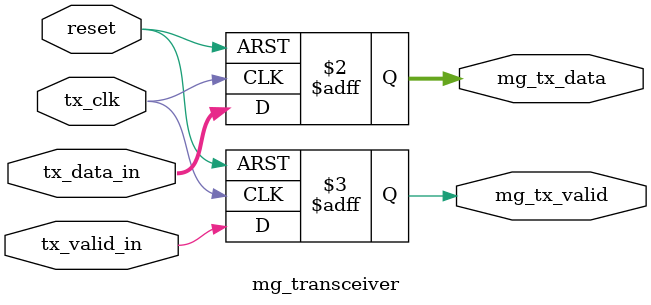
<source format=v>
`timescale 1ns / 1ps

module mg_transceiver(
    input wire tx_clk, 
    input wire reset, 
    input wire [127:0] tx_data_in, 
    input wire tx_valid_in, 
    output reg [127:0] mg_tx_data, 
    output reg mg_tx_valid
    );
    
    // For simulation, we simply pass the data through with one pipeline stage. 
    always @(posedge tx_clk or posedge reset) begin 
        if (reset) begin 
            mg_tx_data <= 128'b0;
            mg_tx_valid <= 1'b0; 
        end else begin 
            mg_tx_data <= tx_data_in; 
            mg_tx_valid <= tx_valid_in; 
        end 
     end 
endmodule

</source>
